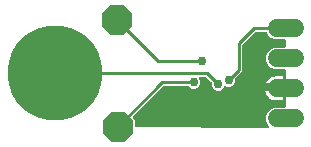
<source format=gbr>
G04 EAGLE Gerber RS-274X export*
G75*
%MOMM*%
%FSLAX34Y34*%
%LPD*%
%INBottom Copper*%
%IPPOS*%
%AMOC8*
5,1,8,0,0,1.08239X$1,22.5*%
G01*
%ADD10C,1.524000*%
%ADD11P,2.763017X8X112.500000*%
%ADD12C,8.000000*%
%ADD13P,2.763017X8X22.500000*%
%ADD14C,0.756400*%
%ADD15C,0.152400*%
%ADD16C,0.254000*%

G36*
X316338Y206550D02*
X316338Y206550D01*
X316481Y206563D01*
X316496Y206569D01*
X316513Y206571D01*
X316646Y206622D01*
X316780Y206671D01*
X316794Y206680D01*
X316809Y206686D01*
X316925Y206769D01*
X317043Y206849D01*
X317054Y206862D01*
X317068Y206871D01*
X317159Y206981D01*
X317254Y207088D01*
X317261Y207103D01*
X317272Y207115D01*
X317333Y207244D01*
X317398Y207371D01*
X317402Y207387D01*
X317409Y207402D01*
X317437Y207542D01*
X317468Y207681D01*
X317467Y207698D01*
X317471Y207714D01*
X317463Y207856D01*
X317458Y207999D01*
X317454Y208015D01*
X317453Y208032D01*
X317410Y208167D01*
X317370Y208305D01*
X317361Y208319D01*
X317356Y208335D01*
X317281Y208455D01*
X317208Y208579D01*
X317193Y208596D01*
X317188Y208604D01*
X317174Y208617D01*
X317102Y208699D01*
X316351Y209450D01*
X314959Y212811D01*
X314959Y216449D01*
X316351Y219810D01*
X318924Y222383D01*
X322285Y223775D01*
X330708Y223775D01*
X330826Y223790D01*
X330945Y223797D01*
X330983Y223810D01*
X331024Y223815D01*
X331134Y223858D01*
X331247Y223895D01*
X331282Y223917D01*
X331319Y223932D01*
X331415Y224001D01*
X331516Y224065D01*
X331544Y224095D01*
X331577Y224118D01*
X331653Y224210D01*
X331734Y224297D01*
X331754Y224332D01*
X331779Y224363D01*
X331830Y224471D01*
X331888Y224575D01*
X331898Y224615D01*
X331915Y224651D01*
X331937Y224768D01*
X331967Y224883D01*
X331971Y224943D01*
X331975Y224963D01*
X331973Y224984D01*
X331977Y225044D01*
X331977Y238760D01*
X331962Y238878D01*
X331955Y238997D01*
X331942Y239035D01*
X331937Y239075D01*
X331894Y239186D01*
X331857Y239299D01*
X331835Y239333D01*
X331820Y239371D01*
X331751Y239467D01*
X331723Y239511D01*
X331723Y240541D01*
X331734Y240553D01*
X331754Y240588D01*
X331779Y240620D01*
X331830Y240727D01*
X331888Y240832D01*
X331898Y240871D01*
X331915Y240907D01*
X331937Y241024D01*
X331967Y241139D01*
X331971Y241200D01*
X331975Y241220D01*
X331973Y241240D01*
X331977Y241300D01*
X331977Y255016D01*
X331962Y255134D01*
X331955Y255253D01*
X331942Y255291D01*
X331937Y255332D01*
X331894Y255442D01*
X331857Y255555D01*
X331835Y255590D01*
X331820Y255627D01*
X331751Y255723D01*
X331687Y255824D01*
X331657Y255852D01*
X331634Y255885D01*
X331542Y255961D01*
X331455Y256042D01*
X331420Y256062D01*
X331389Y256087D01*
X331281Y256138D01*
X331177Y256196D01*
X331137Y256206D01*
X331101Y256223D01*
X330984Y256245D01*
X330869Y256275D01*
X330809Y256279D01*
X330789Y256283D01*
X330768Y256281D01*
X330708Y256285D01*
X322285Y256285D01*
X318924Y257677D01*
X316351Y260250D01*
X314959Y263611D01*
X314959Y267249D01*
X316351Y270610D01*
X318924Y273183D01*
X322285Y274575D01*
X330708Y274575D01*
X330826Y274590D01*
X330945Y274597D01*
X330983Y274610D01*
X331024Y274615D01*
X331134Y274658D01*
X331247Y274695D01*
X331282Y274717D01*
X331319Y274732D01*
X331415Y274801D01*
X331516Y274865D01*
X331544Y274895D01*
X331577Y274918D01*
X331653Y275010D01*
X331734Y275097D01*
X331754Y275132D01*
X331779Y275163D01*
X331830Y275271D01*
X331888Y275375D01*
X331898Y275415D01*
X331915Y275451D01*
X331937Y275568D01*
X331967Y275683D01*
X331971Y275743D01*
X331975Y275763D01*
X331973Y275784D01*
X331977Y275844D01*
X331977Y280416D01*
X331962Y280534D01*
X331955Y280653D01*
X331942Y280691D01*
X331937Y280732D01*
X331894Y280842D01*
X331857Y280955D01*
X331835Y280990D01*
X331820Y281027D01*
X331751Y281123D01*
X331687Y281224D01*
X331657Y281252D01*
X331634Y281285D01*
X331542Y281361D01*
X331455Y281442D01*
X331420Y281462D01*
X331389Y281487D01*
X331281Y281538D01*
X331177Y281596D01*
X331137Y281606D01*
X331101Y281623D01*
X330984Y281645D01*
X330869Y281675D01*
X330809Y281679D01*
X330789Y281683D01*
X330768Y281681D01*
X330708Y281685D01*
X322285Y281685D01*
X318924Y283077D01*
X316351Y285650D01*
X315688Y287252D01*
X315673Y287277D01*
X315664Y287305D01*
X315595Y287415D01*
X315530Y287528D01*
X315510Y287549D01*
X315494Y287574D01*
X315399Y287663D01*
X315309Y287756D01*
X315284Y287772D01*
X315262Y287792D01*
X315149Y287855D01*
X315038Y287923D01*
X315010Y287931D01*
X314984Y287946D01*
X314858Y287978D01*
X314734Y288016D01*
X314705Y288018D01*
X314676Y288025D01*
X314515Y288035D01*
X306483Y288035D01*
X306385Y288023D01*
X306286Y288020D01*
X306228Y288003D01*
X306168Y287995D01*
X306076Y287959D01*
X305981Y287931D01*
X305928Y287901D01*
X305872Y287878D01*
X305792Y287820D01*
X305707Y287770D01*
X305631Y287704D01*
X305615Y287692D01*
X305607Y287682D01*
X305586Y287664D01*
X295494Y277572D01*
X295433Y277493D01*
X295365Y277421D01*
X295336Y277368D01*
X295299Y277320D01*
X295260Y277229D01*
X295212Y277143D01*
X295197Y277084D01*
X295173Y277029D01*
X295157Y276931D01*
X295132Y276835D01*
X295126Y276735D01*
X295123Y276714D01*
X295124Y276702D01*
X295122Y276674D01*
X295122Y254592D01*
X289116Y248586D01*
X289055Y248508D01*
X288987Y248436D01*
X288958Y248383D01*
X288921Y248335D01*
X288882Y248244D01*
X288834Y248157D01*
X288819Y248099D01*
X288795Y248043D01*
X288779Y247945D01*
X288754Y247849D01*
X288748Y247749D01*
X288745Y247729D01*
X288746Y247717D01*
X288744Y247689D01*
X288744Y245804D01*
X287936Y243854D01*
X286444Y242361D01*
X284493Y241553D01*
X282382Y241553D01*
X281074Y242095D01*
X280959Y242126D01*
X280847Y242165D01*
X280806Y242168D01*
X280767Y242179D01*
X280648Y242181D01*
X280530Y242190D01*
X280490Y242183D01*
X280449Y242184D01*
X280334Y242156D01*
X280216Y242136D01*
X280179Y242119D01*
X280140Y242110D01*
X280035Y242054D01*
X279926Y242005D01*
X279895Y241980D01*
X279859Y241961D01*
X279771Y241881D01*
X279678Y241807D01*
X279654Y241774D01*
X279624Y241747D01*
X279558Y241648D01*
X279487Y241553D01*
X279460Y241499D01*
X279449Y241481D01*
X279442Y241462D01*
X279416Y241408D01*
X279073Y240580D01*
X277580Y239087D01*
X275630Y238279D01*
X273518Y238279D01*
X271568Y239087D01*
X270075Y240580D01*
X269267Y242530D01*
X269267Y244415D01*
X269255Y244513D01*
X269252Y244612D01*
X269235Y244670D01*
X269227Y244730D01*
X269191Y244822D01*
X269163Y244917D01*
X269133Y244970D01*
X269110Y245026D01*
X269052Y245106D01*
X269002Y245191D01*
X268936Y245267D01*
X268924Y245283D01*
X268914Y245291D01*
X268896Y245312D01*
X264644Y249564D01*
X264566Y249624D01*
X264494Y249692D01*
X264441Y249721D01*
X264393Y249758D01*
X264302Y249798D01*
X264215Y249846D01*
X264157Y249861D01*
X264101Y249885D01*
X264003Y249900D01*
X263907Y249925D01*
X263807Y249931D01*
X263787Y249935D01*
X263775Y249933D01*
X263747Y249935D01*
X259645Y249935D01*
X259595Y249929D01*
X259546Y249931D01*
X259438Y249909D01*
X259329Y249895D01*
X259283Y249877D01*
X259234Y249867D01*
X259136Y249819D01*
X259034Y249778D01*
X258993Y249749D01*
X258949Y249727D01*
X258865Y249656D01*
X258776Y249592D01*
X258745Y249553D01*
X258707Y249521D01*
X258644Y249431D01*
X258573Y249347D01*
X258552Y249302D01*
X258524Y249261D01*
X258485Y249158D01*
X258438Y249059D01*
X258429Y249010D01*
X258411Y248964D01*
X258399Y248854D01*
X258378Y248747D01*
X258381Y248697D01*
X258376Y248648D01*
X258391Y248539D01*
X258398Y248429D01*
X258413Y248382D01*
X258420Y248333D01*
X258472Y248180D01*
X259307Y246166D01*
X259307Y244054D01*
X258499Y242104D01*
X257006Y240611D01*
X255056Y239803D01*
X252944Y239803D01*
X250994Y240611D01*
X249662Y241944D01*
X249583Y242004D01*
X249511Y242072D01*
X249458Y242101D01*
X249410Y242138D01*
X249320Y242178D01*
X249233Y242226D01*
X249174Y242241D01*
X249119Y242265D01*
X249021Y242280D01*
X248925Y242305D01*
X248825Y242311D01*
X248804Y242315D01*
X248792Y242313D01*
X248764Y242315D01*
X229013Y242315D01*
X228915Y242303D01*
X228816Y242300D01*
X228758Y242283D01*
X228698Y242275D01*
X228606Y242239D01*
X228511Y242211D01*
X228458Y242181D01*
X228402Y242158D01*
X228322Y242100D01*
X228237Y242050D01*
X228161Y241984D01*
X228145Y241972D01*
X228137Y241962D01*
X228116Y241944D01*
X202461Y216289D01*
X202388Y216194D01*
X202309Y216105D01*
X202291Y216069D01*
X202266Y216037D01*
X202219Y215928D01*
X202165Y215822D01*
X202156Y215783D01*
X202140Y215746D01*
X202121Y215628D01*
X202095Y215512D01*
X202096Y215471D01*
X202090Y215431D01*
X202101Y215313D01*
X202105Y215194D01*
X202116Y215155D01*
X202120Y215115D01*
X202160Y215003D01*
X202193Y214888D01*
X202214Y214854D01*
X202227Y214816D01*
X202294Y214717D01*
X202355Y214614D01*
X202394Y214569D01*
X202406Y214552D01*
X202421Y214539D01*
X202461Y214494D01*
X203772Y213182D01*
X203772Y208451D01*
X203787Y208337D01*
X203793Y208222D01*
X203807Y208179D01*
X203812Y208136D01*
X203855Y208028D01*
X203889Y207918D01*
X203913Y207881D01*
X203929Y207840D01*
X203997Y207746D01*
X204058Y207649D01*
X204090Y207618D01*
X204116Y207583D01*
X204205Y207509D01*
X204288Y207429D01*
X204327Y207408D01*
X204361Y207380D01*
X204465Y207331D01*
X204566Y207274D01*
X204609Y207263D01*
X204649Y207244D01*
X204762Y207223D01*
X204873Y207193D01*
X204940Y207188D01*
X204961Y207184D01*
X204980Y207186D01*
X205034Y207182D01*
X316197Y206533D01*
X316338Y206550D01*
G37*
%LPC*%
G36*
X314245Y242569D02*
X314245Y242569D01*
X314688Y243930D01*
X315414Y245355D01*
X316354Y246649D01*
X317485Y247780D01*
X318779Y248720D01*
X320204Y249446D01*
X321725Y249941D01*
X323304Y250191D01*
X329185Y250191D01*
X329185Y242569D01*
X314245Y242569D01*
G37*
%LPD*%
%LPC*%
G36*
X323304Y229869D02*
X323304Y229869D01*
X321725Y230119D01*
X320204Y230614D01*
X318779Y231340D01*
X317485Y232280D01*
X316354Y233411D01*
X315414Y234705D01*
X314688Y236130D01*
X314245Y237491D01*
X329185Y237491D01*
X329185Y229869D01*
X323304Y229869D01*
G37*
%LPD*%
D10*
X324104Y290830D02*
X339344Y290830D01*
X339344Y265430D02*
X324104Y265430D01*
X324104Y240030D02*
X339344Y240030D01*
X339344Y214630D02*
X324104Y214630D01*
D11*
X189484Y207264D03*
D12*
X136144Y252730D03*
D13*
X188722Y297942D03*
D14*
X297434Y244122D03*
D15*
X327632Y244122D01*
X331724Y240030D01*
D14*
X254000Y245110D03*
D16*
X227330Y245110D02*
X189484Y207264D01*
X227330Y245110D02*
X254000Y245110D01*
D14*
X274574Y243586D03*
D16*
X265430Y252730D01*
X136144Y252730D01*
D14*
X283438Y246860D03*
D16*
X304800Y290830D02*
X331724Y290830D01*
X292328Y278358D02*
X292328Y255750D01*
X283438Y246860D01*
X292328Y278358D02*
X304800Y290830D01*
X223647Y263017D02*
X188722Y297942D01*
X223647Y263017D02*
X260477Y263017D01*
D14*
X260477Y263017D03*
M02*

</source>
